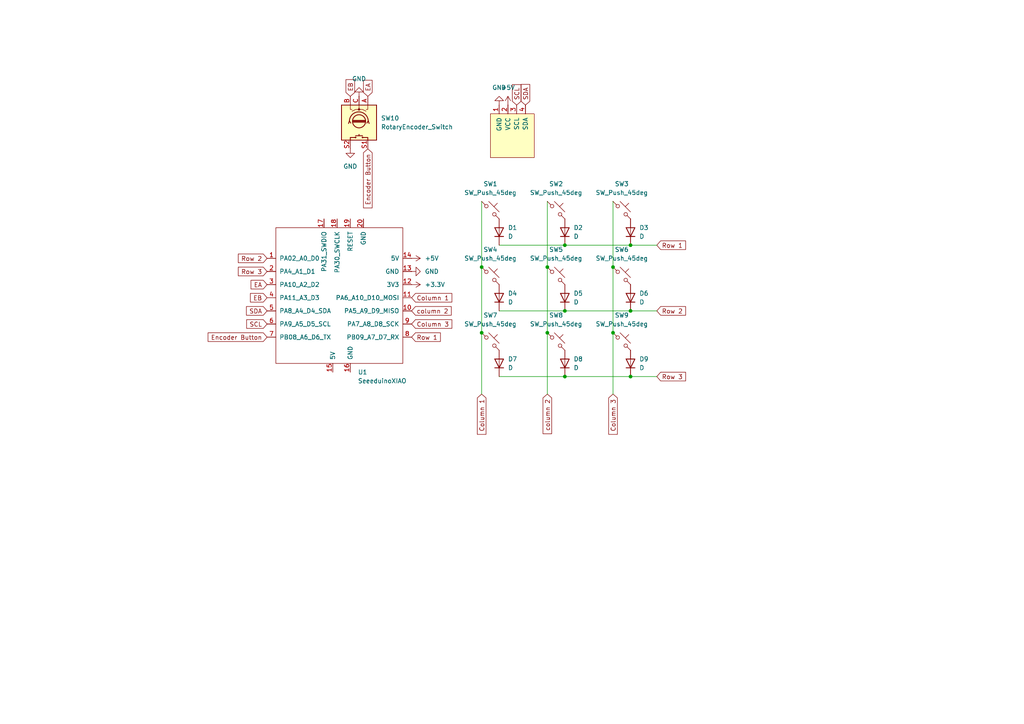
<source format=kicad_sch>
(kicad_sch
	(version 20231120)
	(generator "eeschema")
	(generator_version "8.0")
	(uuid "ec4ce721-2380-4ab4-b4d9-d72530f94342")
	(paper "A4")
	(lib_symbols
		(symbol "Device:D"
			(pin_numbers hide)
			(pin_names
				(offset 1.016) hide)
			(exclude_from_sim no)
			(in_bom yes)
			(on_board yes)
			(property "Reference" "D"
				(at 0 2.54 0)
				(effects
					(font
						(size 1.27 1.27)
					)
				)
			)
			(property "Value" "D"
				(at 0 -2.54 0)
				(effects
					(font
						(size 1.27 1.27)
					)
				)
			)
			(property "Footprint" ""
				(at 0 0 0)
				(effects
					(font
						(size 1.27 1.27)
					)
					(hide yes)
				)
			)
			(property "Datasheet" "~"
				(at 0 0 0)
				(effects
					(font
						(size 1.27 1.27)
					)
					(hide yes)
				)
			)
			(property "Description" "Diode"
				(at 0 0 0)
				(effects
					(font
						(size 1.27 1.27)
					)
					(hide yes)
				)
			)
			(property "Sim.Device" "D"
				(at 0 0 0)
				(effects
					(font
						(size 1.27 1.27)
					)
					(hide yes)
				)
			)
			(property "Sim.Pins" "1=K 2=A"
				(at 0 0 0)
				(effects
					(font
						(size 1.27 1.27)
					)
					(hide yes)
				)
			)
			(property "ki_keywords" "diode"
				(at 0 0 0)
				(effects
					(font
						(size 1.27 1.27)
					)
					(hide yes)
				)
			)
			(property "ki_fp_filters" "TO-???* *_Diode_* *SingleDiode* D_*"
				(at 0 0 0)
				(effects
					(font
						(size 1.27 1.27)
					)
					(hide yes)
				)
			)
			(symbol "D_0_1"
				(polyline
					(pts
						(xy -1.27 1.27) (xy -1.27 -1.27)
					)
					(stroke
						(width 0.254)
						(type default)
					)
					(fill
						(type none)
					)
				)
				(polyline
					(pts
						(xy 1.27 0) (xy -1.27 0)
					)
					(stroke
						(width 0)
						(type default)
					)
					(fill
						(type none)
					)
				)
				(polyline
					(pts
						(xy 1.27 1.27) (xy 1.27 -1.27) (xy -1.27 0) (xy 1.27 1.27)
					)
					(stroke
						(width 0.254)
						(type default)
					)
					(fill
						(type none)
					)
				)
			)
			(symbol "D_1_1"
				(pin passive line
					(at -3.81 0 0)
					(length 2.54)
					(name "K"
						(effects
							(font
								(size 1.27 1.27)
							)
						)
					)
					(number "1"
						(effects
							(font
								(size 1.27 1.27)
							)
						)
					)
				)
				(pin passive line
					(at 3.81 0 180)
					(length 2.54)
					(name "A"
						(effects
							(font
								(size 1.27 1.27)
							)
						)
					)
					(number "2"
						(effects
							(font
								(size 1.27 1.27)
							)
						)
					)
				)
			)
		)
		(symbol "Device:RotaryEncoder_Switch"
			(pin_names
				(offset 0.254) hide)
			(exclude_from_sim no)
			(in_bom yes)
			(on_board yes)
			(property "Reference" "SW"
				(at 0 6.604 0)
				(effects
					(font
						(size 1.27 1.27)
					)
				)
			)
			(property "Value" "RotaryEncoder_Switch"
				(at 0 -6.604 0)
				(effects
					(font
						(size 1.27 1.27)
					)
				)
			)
			(property "Footprint" ""
				(at -3.81 4.064 0)
				(effects
					(font
						(size 1.27 1.27)
					)
					(hide yes)
				)
			)
			(property "Datasheet" "~"
				(at 0 6.604 0)
				(effects
					(font
						(size 1.27 1.27)
					)
					(hide yes)
				)
			)
			(property "Description" "Rotary encoder, dual channel, incremental quadrate outputs, with switch"
				(at 0 0 0)
				(effects
					(font
						(size 1.27 1.27)
					)
					(hide yes)
				)
			)
			(property "ki_keywords" "rotary switch encoder switch push button"
				(at 0 0 0)
				(effects
					(font
						(size 1.27 1.27)
					)
					(hide yes)
				)
			)
			(property "ki_fp_filters" "RotaryEncoder*Switch*"
				(at 0 0 0)
				(effects
					(font
						(size 1.27 1.27)
					)
					(hide yes)
				)
			)
			(symbol "RotaryEncoder_Switch_0_1"
				(rectangle
					(start -5.08 5.08)
					(end 5.08 -5.08)
					(stroke
						(width 0.254)
						(type default)
					)
					(fill
						(type background)
					)
				)
				(circle
					(center -3.81 0)
					(radius 0.254)
					(stroke
						(width 0)
						(type default)
					)
					(fill
						(type outline)
					)
				)
				(circle
					(center -0.381 0)
					(radius 1.905)
					(stroke
						(width 0.254)
						(type default)
					)
					(fill
						(type none)
					)
				)
				(arc
					(start -0.381 2.667)
					(mid -3.0988 -0.0635)
					(end -0.381 -2.794)
					(stroke
						(width 0.254)
						(type default)
					)
					(fill
						(type none)
					)
				)
				(polyline
					(pts
						(xy -0.635 -1.778) (xy -0.635 1.778)
					)
					(stroke
						(width 0.254)
						(type default)
					)
					(fill
						(type none)
					)
				)
				(polyline
					(pts
						(xy -0.381 -1.778) (xy -0.381 1.778)
					)
					(stroke
						(width 0.254)
						(type default)
					)
					(fill
						(type none)
					)
				)
				(polyline
					(pts
						(xy -0.127 1.778) (xy -0.127 -1.778)
					)
					(stroke
						(width 0.254)
						(type default)
					)
					(fill
						(type none)
					)
				)
				(polyline
					(pts
						(xy 3.81 0) (xy 3.429 0)
					)
					(stroke
						(width 0.254)
						(type default)
					)
					(fill
						(type none)
					)
				)
				(polyline
					(pts
						(xy 3.81 1.016) (xy 3.81 -1.016)
					)
					(stroke
						(width 0.254)
						(type default)
					)
					(fill
						(type none)
					)
				)
				(polyline
					(pts
						(xy -5.08 -2.54) (xy -3.81 -2.54) (xy -3.81 -2.032)
					)
					(stroke
						(width 0)
						(type default)
					)
					(fill
						(type none)
					)
				)
				(polyline
					(pts
						(xy -5.08 2.54) (xy -3.81 2.54) (xy -3.81 2.032)
					)
					(stroke
						(width 0)
						(type default)
					)
					(fill
						(type none)
					)
				)
				(polyline
					(pts
						(xy 0.254 -3.048) (xy -0.508 -2.794) (xy 0.127 -2.413)
					)
					(stroke
						(width 0.254)
						(type default)
					)
					(fill
						(type none)
					)
				)
				(polyline
					(pts
						(xy 0.254 2.921) (xy -0.508 2.667) (xy 0.127 2.286)
					)
					(stroke
						(width 0.254)
						(type default)
					)
					(fill
						(type none)
					)
				)
				(polyline
					(pts
						(xy 5.08 -2.54) (xy 4.318 -2.54) (xy 4.318 -1.016)
					)
					(stroke
						(width 0.254)
						(type default)
					)
					(fill
						(type none)
					)
				)
				(polyline
					(pts
						(xy 5.08 2.54) (xy 4.318 2.54) (xy 4.318 1.016)
					)
					(stroke
						(width 0.254)
						(type default)
					)
					(fill
						(type none)
					)
				)
				(polyline
					(pts
						(xy -5.08 0) (xy -3.81 0) (xy -3.81 -1.016) (xy -3.302 -2.032)
					)
					(stroke
						(width 0)
						(type default)
					)
					(fill
						(type none)
					)
				)
				(polyline
					(pts
						(xy -4.318 0) (xy -3.81 0) (xy -3.81 1.016) (xy -3.302 2.032)
					)
					(stroke
						(width 0)
						(type default)
					)
					(fill
						(type none)
					)
				)
				(circle
					(center 4.318 -1.016)
					(radius 0.127)
					(stroke
						(width 0.254)
						(type default)
					)
					(fill
						(type none)
					)
				)
				(circle
					(center 4.318 1.016)
					(radius 0.127)
					(stroke
						(width 0.254)
						(type default)
					)
					(fill
						(type none)
					)
				)
			)
			(symbol "RotaryEncoder_Switch_1_1"
				(pin passive line
					(at -7.62 2.54 0)
					(length 2.54)
					(name "A"
						(effects
							(font
								(size 1.27 1.27)
							)
						)
					)
					(number "A"
						(effects
							(font
								(size 1.27 1.27)
							)
						)
					)
				)
				(pin passive line
					(at -7.62 -2.54 0)
					(length 2.54)
					(name "B"
						(effects
							(font
								(size 1.27 1.27)
							)
						)
					)
					(number "B"
						(effects
							(font
								(size 1.27 1.27)
							)
						)
					)
				)
				(pin passive line
					(at -7.62 0 0)
					(length 2.54)
					(name "C"
						(effects
							(font
								(size 1.27 1.27)
							)
						)
					)
					(number "C"
						(effects
							(font
								(size 1.27 1.27)
							)
						)
					)
				)
				(pin passive line
					(at 7.62 2.54 180)
					(length 2.54)
					(name "S1"
						(effects
							(font
								(size 1.27 1.27)
							)
						)
					)
					(number "S1"
						(effects
							(font
								(size 1.27 1.27)
							)
						)
					)
				)
				(pin passive line
					(at 7.62 -2.54 180)
					(length 2.54)
					(name "S2"
						(effects
							(font
								(size 1.27 1.27)
							)
						)
					)
					(number "S2"
						(effects
							(font
								(size 1.27 1.27)
							)
						)
					)
				)
			)
		)
		(symbol "New_Library:SSD1306"
			(pin_names
				(offset 1.016)
			)
			(exclude_from_sim no)
			(in_bom yes)
			(on_board yes)
			(property "Reference" "Brd"
				(at 0 -3.81 0)
				(effects
					(font
						(size 1.27 1.27)
					)
				)
			)
			(property "Value" "SSD1306"
				(at 0 -1.27 0)
				(effects
					(font
						(size 1.27 1.27)
					)
				)
			)
			(property "Footprint" ""
				(at 0 6.35 0)
				(effects
					(font
						(size 1.27 1.27)
					)
					(hide yes)
				)
			)
			(property "Datasheet" ""
				(at 0 6.35 0)
				(effects
					(font
						(size 1.27 1.27)
					)
					(hide yes)
				)
			)
			(property "Description" ""
				(at 0 0 0)
				(effects
					(font
						(size 1.27 1.27)
					)
					(hide yes)
				)
			)
			(property "ki_fp_filters" "SSD1306-128x64_OLED:SSD1306"
				(at 0 0 0)
				(effects
					(font
						(size 1.27 1.27)
					)
					(hide yes)
				)
			)
			(symbol "SSD1306_0_1"
				(rectangle
					(start -6.35 6.35)
					(end 6.35 -6.35)
					(stroke
						(width 0)
						(type solid)
					)
					(fill
						(type background)
					)
				)
			)
			(symbol "SSD1306_1_1"
				(pin input line
					(at -3.81 8.89 270)
					(length 2.54)
					(name "GND"
						(effects
							(font
								(size 1.27 1.27)
							)
						)
					)
					(number "1"
						(effects
							(font
								(size 1.27 1.27)
							)
						)
					)
				)
				(pin input line
					(at -1.27 8.89 270)
					(length 2.54)
					(name "VCC"
						(effects
							(font
								(size 1.27 1.27)
							)
						)
					)
					(number "2"
						(effects
							(font
								(size 1.27 1.27)
							)
						)
					)
				)
				(pin input line
					(at 1.27 8.89 270)
					(length 2.54)
					(name "SCL"
						(effects
							(font
								(size 1.27 1.27)
							)
						)
					)
					(number "3"
						(effects
							(font
								(size 1.27 1.27)
							)
						)
					)
				)
				(pin input line
					(at 3.81 8.89 270)
					(length 2.54)
					(name "SDA"
						(effects
							(font
								(size 1.27 1.27)
							)
						)
					)
					(number "4"
						(effects
							(font
								(size 1.27 1.27)
							)
						)
					)
				)
			)
		)
		(symbol "Seeeduino XIAO:SeeeduinoXIAO"
			(pin_names
				(offset 1.016)
			)
			(exclude_from_sim no)
			(in_bom yes)
			(on_board yes)
			(property "Reference" "U"
				(at -19.05 22.86 0)
				(effects
					(font
						(size 1.27 1.27)
					)
				)
			)
			(property "Value" "SeeeduinoXIAO"
				(at -12.7 21.59 0)
				(effects
					(font
						(size 1.27 1.27)
					)
				)
			)
			(property "Footprint" ""
				(at -8.89 5.08 0)
				(effects
					(font
						(size 1.27 1.27)
					)
					(hide yes)
				)
			)
			(property "Datasheet" ""
				(at -8.89 5.08 0)
				(effects
					(font
						(size 1.27 1.27)
					)
					(hide yes)
				)
			)
			(property "Description" ""
				(at 0 0 0)
				(effects
					(font
						(size 1.27 1.27)
					)
					(hide yes)
				)
			)
			(symbol "SeeeduinoXIAO_0_1"
				(rectangle
					(start -19.05 20.32)
					(end 17.78 -19.05)
					(stroke
						(width 0)
						(type solid)
					)
					(fill
						(type none)
					)
				)
			)
			(symbol "SeeeduinoXIAO_1_1"
				(pin unspecified line
					(at -21.59 11.43 0)
					(length 2.54)
					(name "PA02_A0_D0"
						(effects
							(font
								(size 1.27 1.27)
							)
						)
					)
					(number "1"
						(effects
							(font
								(size 1.27 1.27)
							)
						)
					)
				)
				(pin unspecified line
					(at 20.32 -3.81 180)
					(length 2.54)
					(name "PA5_A9_D9_MISO"
						(effects
							(font
								(size 1.27 1.27)
							)
						)
					)
					(number "10"
						(effects
							(font
								(size 1.27 1.27)
							)
						)
					)
				)
				(pin unspecified line
					(at 20.32 0 180)
					(length 2.54)
					(name "PA6_A10_D10_MOSI"
						(effects
							(font
								(size 1.27 1.27)
							)
						)
					)
					(number "11"
						(effects
							(font
								(size 1.27 1.27)
							)
						)
					)
				)
				(pin unspecified line
					(at 20.32 3.81 180)
					(length 2.54)
					(name "3V3"
						(effects
							(font
								(size 1.27 1.27)
							)
						)
					)
					(number "12"
						(effects
							(font
								(size 1.27 1.27)
							)
						)
					)
				)
				(pin unspecified line
					(at 20.32 7.62 180)
					(length 2.54)
					(name "GND"
						(effects
							(font
								(size 1.27 1.27)
							)
						)
					)
					(number "13"
						(effects
							(font
								(size 1.27 1.27)
							)
						)
					)
				)
				(pin unspecified line
					(at 20.32 11.43 180)
					(length 2.54)
					(name "5V"
						(effects
							(font
								(size 1.27 1.27)
							)
						)
					)
					(number "14"
						(effects
							(font
								(size 1.27 1.27)
							)
						)
					)
				)
				(pin input line
					(at -2.54 -21.59 90)
					(length 2.54)
					(name "5V"
						(effects
							(font
								(size 1.27 1.27)
							)
						)
					)
					(number "15"
						(effects
							(font
								(size 1.27 1.27)
							)
						)
					)
				)
				(pin input line
					(at 2.54 -21.59 90)
					(length 2.54)
					(name "GND"
						(effects
							(font
								(size 1.27 1.27)
							)
						)
					)
					(number "16"
						(effects
							(font
								(size 1.27 1.27)
							)
						)
					)
				)
				(pin input line
					(at -5.08 22.86 270)
					(length 2.54)
					(name "PA31_SWDIO"
						(effects
							(font
								(size 1.27 1.27)
							)
						)
					)
					(number "17"
						(effects
							(font
								(size 1.27 1.27)
							)
						)
					)
				)
				(pin input line
					(at -1.27 22.86 270)
					(length 2.54)
					(name "PA30_SWCLK"
						(effects
							(font
								(size 1.27 1.27)
							)
						)
					)
					(number "18"
						(effects
							(font
								(size 1.27 1.27)
							)
						)
					)
				)
				(pin input line
					(at 2.54 22.86 270)
					(length 2.54)
					(name "RESET"
						(effects
							(font
								(size 1.27 1.27)
							)
						)
					)
					(number "19"
						(effects
							(font
								(size 1.27 1.27)
							)
						)
					)
				)
				(pin unspecified line
					(at -21.59 7.62 0)
					(length 2.54)
					(name "PA4_A1_D1"
						(effects
							(font
								(size 1.27 1.27)
							)
						)
					)
					(number "2"
						(effects
							(font
								(size 1.27 1.27)
							)
						)
					)
				)
				(pin input line
					(at 6.35 22.86 270)
					(length 2.54)
					(name "GND"
						(effects
							(font
								(size 1.27 1.27)
							)
						)
					)
					(number "20"
						(effects
							(font
								(size 1.27 1.27)
							)
						)
					)
				)
				(pin unspecified line
					(at -21.59 3.81 0)
					(length 2.54)
					(name "PA10_A2_D2"
						(effects
							(font
								(size 1.27 1.27)
							)
						)
					)
					(number "3"
						(effects
							(font
								(size 1.27 1.27)
							)
						)
					)
				)
				(pin unspecified line
					(at -21.59 0 0)
					(length 2.54)
					(name "PA11_A3_D3"
						(effects
							(font
								(size 1.27 1.27)
							)
						)
					)
					(number "4"
						(effects
							(font
								(size 1.27 1.27)
							)
						)
					)
				)
				(pin unspecified line
					(at -21.59 -3.81 0)
					(length 2.54)
					(name "PA8_A4_D4_SDA"
						(effects
							(font
								(size 1.27 1.27)
							)
						)
					)
					(number "5"
						(effects
							(font
								(size 1.27 1.27)
							)
						)
					)
				)
				(pin unspecified line
					(at -21.59 -7.62 0)
					(length 2.54)
					(name "PA9_A5_D5_SCL"
						(effects
							(font
								(size 1.27 1.27)
							)
						)
					)
					(number "6"
						(effects
							(font
								(size 1.27 1.27)
							)
						)
					)
				)
				(pin unspecified line
					(at -21.59 -11.43 0)
					(length 2.54)
					(name "PB08_A6_D6_TX"
						(effects
							(font
								(size 1.27 1.27)
							)
						)
					)
					(number "7"
						(effects
							(font
								(size 1.27 1.27)
							)
						)
					)
				)
				(pin unspecified line
					(at 20.32 -11.43 180)
					(length 2.54)
					(name "PB09_A7_D7_RX"
						(effects
							(font
								(size 1.27 1.27)
							)
						)
					)
					(number "8"
						(effects
							(font
								(size 1.27 1.27)
							)
						)
					)
				)
				(pin unspecified line
					(at 20.32 -7.62 180)
					(length 2.54)
					(name "PA7_A8_D8_SCK"
						(effects
							(font
								(size 1.27 1.27)
							)
						)
					)
					(number "9"
						(effects
							(font
								(size 1.27 1.27)
							)
						)
					)
				)
			)
		)
		(symbol "Switch:SW_Push_45deg"
			(pin_numbers hide)
			(pin_names
				(offset 1.016) hide)
			(exclude_from_sim no)
			(in_bom yes)
			(on_board yes)
			(property "Reference" "SW"
				(at 3.048 1.016 0)
				(effects
					(font
						(size 1.27 1.27)
					)
					(justify left)
				)
			)
			(property "Value" "SW_Push_45deg"
				(at 0 -3.81 0)
				(effects
					(font
						(size 1.27 1.27)
					)
				)
			)
			(property "Footprint" ""
				(at 0 0 0)
				(effects
					(font
						(size 1.27 1.27)
					)
					(hide yes)
				)
			)
			(property "Datasheet" "~"
				(at 0 0 0)
				(effects
					(font
						(size 1.27 1.27)
					)
					(hide yes)
				)
			)
			(property "Description" "Push button switch, normally open, two pins, 45° tilted"
				(at 0 0 0)
				(effects
					(font
						(size 1.27 1.27)
					)
					(hide yes)
				)
			)
			(property "ki_keywords" "switch normally-open pushbutton push-button"
				(at 0 0 0)
				(effects
					(font
						(size 1.27 1.27)
					)
					(hide yes)
				)
			)
			(symbol "SW_Push_45deg_0_1"
				(circle
					(center -1.1684 1.1684)
					(radius 0.508)
					(stroke
						(width 0)
						(type default)
					)
					(fill
						(type none)
					)
				)
				(polyline
					(pts
						(xy -0.508 2.54) (xy 2.54 -0.508)
					)
					(stroke
						(width 0)
						(type default)
					)
					(fill
						(type none)
					)
				)
				(polyline
					(pts
						(xy 1.016 1.016) (xy 2.032 2.032)
					)
					(stroke
						(width 0)
						(type default)
					)
					(fill
						(type none)
					)
				)
				(polyline
					(pts
						(xy -2.54 2.54) (xy -1.524 1.524) (xy -1.524 1.524)
					)
					(stroke
						(width 0)
						(type default)
					)
					(fill
						(type none)
					)
				)
				(polyline
					(pts
						(xy 1.524 -1.524) (xy 2.54 -2.54) (xy 2.54 -2.54) (xy 2.54 -2.54)
					)
					(stroke
						(width 0)
						(type default)
					)
					(fill
						(type none)
					)
				)
				(circle
					(center 1.143 -1.1938)
					(radius 0.508)
					(stroke
						(width 0)
						(type default)
					)
					(fill
						(type none)
					)
				)
				(pin passive line
					(at -2.54 2.54 0)
					(length 0)
					(name "1"
						(effects
							(font
								(size 1.27 1.27)
							)
						)
					)
					(number "1"
						(effects
							(font
								(size 1.27 1.27)
							)
						)
					)
				)
				(pin passive line
					(at 2.54 -2.54 180)
					(length 0)
					(name "2"
						(effects
							(font
								(size 1.27 1.27)
							)
						)
					)
					(number "2"
						(effects
							(font
								(size 1.27 1.27)
							)
						)
					)
				)
			)
		)
		(symbol "power:+3.3V"
			(power)
			(pin_numbers hide)
			(pin_names
				(offset 0) hide)
			(exclude_from_sim no)
			(in_bom yes)
			(on_board yes)
			(property "Reference" "#PWR"
				(at 0 -3.81 0)
				(effects
					(font
						(size 1.27 1.27)
					)
					(hide yes)
				)
			)
			(property "Value" "+3.3V"
				(at 0 3.556 0)
				(effects
					(font
						(size 1.27 1.27)
					)
				)
			)
			(property "Footprint" ""
				(at 0 0 0)
				(effects
					(font
						(size 1.27 1.27)
					)
					(hide yes)
				)
			)
			(property "Datasheet" ""
				(at 0 0 0)
				(effects
					(font
						(size 1.27 1.27)
					)
					(hide yes)
				)
			)
			(property "Description" "Power symbol creates a global label with name \"+3.3V\""
				(at 0 0 0)
				(effects
					(font
						(size 1.27 1.27)
					)
					(hide yes)
				)
			)
			(property "ki_keywords" "global power"
				(at 0 0 0)
				(effects
					(font
						(size 1.27 1.27)
					)
					(hide yes)
				)
			)
			(symbol "+3.3V_0_1"
				(polyline
					(pts
						(xy -0.762 1.27) (xy 0 2.54)
					)
					(stroke
						(width 0)
						(type default)
					)
					(fill
						(type none)
					)
				)
				(polyline
					(pts
						(xy 0 0) (xy 0 2.54)
					)
					(stroke
						(width 0)
						(type default)
					)
					(fill
						(type none)
					)
				)
				(polyline
					(pts
						(xy 0 2.54) (xy 0.762 1.27)
					)
					(stroke
						(width 0)
						(type default)
					)
					(fill
						(type none)
					)
				)
			)
			(symbol "+3.3V_1_1"
				(pin power_in line
					(at 0 0 90)
					(length 0)
					(name "~"
						(effects
							(font
								(size 1.27 1.27)
							)
						)
					)
					(number "1"
						(effects
							(font
								(size 1.27 1.27)
							)
						)
					)
				)
			)
		)
		(symbol "power:+5V"
			(power)
			(pin_numbers hide)
			(pin_names
				(offset 0) hide)
			(exclude_from_sim no)
			(in_bom yes)
			(on_board yes)
			(property "Reference" "#PWR"
				(at 0 -3.81 0)
				(effects
					(font
						(size 1.27 1.27)
					)
					(hide yes)
				)
			)
			(property "Value" "+5V"
				(at 0 3.556 0)
				(effects
					(font
						(size 1.27 1.27)
					)
				)
			)
			(property "Footprint" ""
				(at 0 0 0)
				(effects
					(font
						(size 1.27 1.27)
					)
					(hide yes)
				)
			)
			(property "Datasheet" ""
				(at 0 0 0)
				(effects
					(font
						(size 1.27 1.27)
					)
					(hide yes)
				)
			)
			(property "Description" "Power symbol creates a global label with name \"+5V\""
				(at 0 0 0)
				(effects
					(font
						(size 1.27 1.27)
					)
					(hide yes)
				)
			)
			(property "ki_keywords" "global power"
				(at 0 0 0)
				(effects
					(font
						(size 1.27 1.27)
					)
					(hide yes)
				)
			)
			(symbol "+5V_0_1"
				(polyline
					(pts
						(xy -0.762 1.27) (xy 0 2.54)
					)
					(stroke
						(width 0)
						(type default)
					)
					(fill
						(type none)
					)
				)
				(polyline
					(pts
						(xy 0 0) (xy 0 2.54)
					)
					(stroke
						(width 0)
						(type default)
					)
					(fill
						(type none)
					)
				)
				(polyline
					(pts
						(xy 0 2.54) (xy 0.762 1.27)
					)
					(stroke
						(width 0)
						(type default)
					)
					(fill
						(type none)
					)
				)
			)
			(symbol "+5V_1_1"
				(pin power_in line
					(at 0 0 90)
					(length 0)
					(name "~"
						(effects
							(font
								(size 1.27 1.27)
							)
						)
					)
					(number "1"
						(effects
							(font
								(size 1.27 1.27)
							)
						)
					)
				)
			)
		)
		(symbol "power:GND"
			(power)
			(pin_numbers hide)
			(pin_names
				(offset 0) hide)
			(exclude_from_sim no)
			(in_bom yes)
			(on_board yes)
			(property "Reference" "#PWR"
				(at 0 -6.35 0)
				(effects
					(font
						(size 1.27 1.27)
					)
					(hide yes)
				)
			)
			(property "Value" "GND"
				(at 0 -3.81 0)
				(effects
					(font
						(size 1.27 1.27)
					)
				)
			)
			(property "Footprint" ""
				(at 0 0 0)
				(effects
					(font
						(size 1.27 1.27)
					)
					(hide yes)
				)
			)
			(property "Datasheet" ""
				(at 0 0 0)
				(effects
					(font
						(size 1.27 1.27)
					)
					(hide yes)
				)
			)
			(property "Description" "Power symbol creates a global label with name \"GND\" , ground"
				(at 0 0 0)
				(effects
					(font
						(size 1.27 1.27)
					)
					(hide yes)
				)
			)
			(property "ki_keywords" "global power"
				(at 0 0 0)
				(effects
					(font
						(size 1.27 1.27)
					)
					(hide yes)
				)
			)
			(symbol "GND_0_1"
				(polyline
					(pts
						(xy 0 0) (xy 0 -1.27) (xy 1.27 -1.27) (xy 0 -2.54) (xy -1.27 -1.27) (xy 0 -1.27)
					)
					(stroke
						(width 0)
						(type default)
					)
					(fill
						(type none)
					)
				)
			)
			(symbol "GND_1_1"
				(pin power_in line
					(at 0 0 270)
					(length 0)
					(name "~"
						(effects
							(font
								(size 1.27 1.27)
							)
						)
					)
					(number "1"
						(effects
							(font
								(size 1.27 1.27)
							)
						)
					)
				)
			)
		)
	)
	(junction
		(at 177.8 96.52)
		(diameter 0)
		(color 0 0 0 0)
		(uuid "03661355-a617-4e72-b122-708d01d467cb")
	)
	(junction
		(at 163.83 71.12)
		(diameter 0)
		(color 0 0 0 0)
		(uuid "0c6d486c-22a0-41c6-ab49-a617aada1b31")
	)
	(junction
		(at 182.88 109.22)
		(diameter 0)
		(color 0 0 0 0)
		(uuid "1cbed885-c4f1-4dfc-bd54-a412266ac0e1")
	)
	(junction
		(at 182.88 90.17)
		(diameter 0)
		(color 0 0 0 0)
		(uuid "28a76922-cf2d-4245-b0f9-6f60f5fb0455")
	)
	(junction
		(at 163.83 90.17)
		(diameter 0)
		(color 0 0 0 0)
		(uuid "34015911-328b-4838-83be-d1c844ef5ff0")
	)
	(junction
		(at 158.75 96.52)
		(diameter 0)
		(color 0 0 0 0)
		(uuid "4d5823a2-cdda-405e-b287-57d49b31ddde")
	)
	(junction
		(at 139.7 96.52)
		(diameter 0)
		(color 0 0 0 0)
		(uuid "678a150d-6542-42bb-8c35-0d0f37edeade")
	)
	(junction
		(at 182.88 71.12)
		(diameter 0)
		(color 0 0 0 0)
		(uuid "72dede73-c62c-4af6-9a90-e5ed0481b030")
	)
	(junction
		(at 139.7 77.47)
		(diameter 0)
		(color 0 0 0 0)
		(uuid "95c47a89-e1a1-40c6-bd73-8fe543f6201c")
	)
	(junction
		(at 158.75 77.47)
		(diameter 0)
		(color 0 0 0 0)
		(uuid "a7f687e9-0a8a-4db0-ab70-4037b15cd53d")
	)
	(junction
		(at 177.8 77.47)
		(diameter 0)
		(color 0 0 0 0)
		(uuid "d7e5f7ec-9011-4b7a-9dfa-6dfe7845d06c")
	)
	(junction
		(at 163.83 109.22)
		(diameter 0)
		(color 0 0 0 0)
		(uuid "f3aa69bf-a499-4a52-afb1-5aeb70b1067c")
	)
	(wire
		(pts
			(xy 163.83 90.17) (xy 182.88 90.17)
		)
		(stroke
			(width 0)
			(type default)
		)
		(uuid "16ad9a4e-e134-4795-8730-32239a1782a4")
	)
	(wire
		(pts
			(xy 144.78 90.17) (xy 163.83 90.17)
		)
		(stroke
			(width 0)
			(type default)
		)
		(uuid "214b6df4-28aa-4424-8ac2-bc06ce9f7484")
	)
	(wire
		(pts
			(xy 163.83 109.22) (xy 182.88 109.22)
		)
		(stroke
			(width 0)
			(type default)
		)
		(uuid "37209b87-20e4-4c08-b47c-b091f58f96ae")
	)
	(wire
		(pts
			(xy 182.88 90.17) (xy 190.5 90.17)
		)
		(stroke
			(width 0)
			(type default)
		)
		(uuid "39573861-d0c2-49a7-b665-b88853d292da")
	)
	(wire
		(pts
			(xy 158.75 96.52) (xy 158.75 114.3)
		)
		(stroke
			(width 0)
			(type default)
		)
		(uuid "508c5f0b-906c-4eb9-bc9e-f2d343fe545b")
	)
	(wire
		(pts
			(xy 177.8 58.42) (xy 177.8 77.47)
		)
		(stroke
			(width 0)
			(type default)
		)
		(uuid "598c893c-5166-4007-99e8-e70b15ceca69")
	)
	(wire
		(pts
			(xy 177.8 77.47) (xy 177.8 96.52)
		)
		(stroke
			(width 0)
			(type default)
		)
		(uuid "601a2a7e-f9b0-4670-9199-66986ccdd954")
	)
	(wire
		(pts
			(xy 182.88 71.12) (xy 190.5 71.12)
		)
		(stroke
			(width 0)
			(type default)
		)
		(uuid "6d22cc71-168f-4cd3-9f2a-8ab697e7d5d0")
	)
	(wire
		(pts
			(xy 139.7 77.47) (xy 139.7 96.52)
		)
		(stroke
			(width 0)
			(type default)
		)
		(uuid "6f3adf6b-acc8-4a1b-bc33-17df748e9463")
	)
	(wire
		(pts
			(xy 177.8 96.52) (xy 177.8 114.3)
		)
		(stroke
			(width 0)
			(type default)
		)
		(uuid "76d5606e-7686-4524-8ae9-b9621ead335d")
	)
	(wire
		(pts
			(xy 182.88 109.22) (xy 190.5 109.22)
		)
		(stroke
			(width 0)
			(type default)
		)
		(uuid "783ada07-7420-488d-8681-b1a5fb2321f4")
	)
	(wire
		(pts
			(xy 144.78 109.22) (xy 163.83 109.22)
		)
		(stroke
			(width 0)
			(type default)
		)
		(uuid "7a7cbe38-81b4-429f-ad60-ba45204be8c2")
	)
	(wire
		(pts
			(xy 139.7 58.42) (xy 139.7 77.47)
		)
		(stroke
			(width 0)
			(type default)
		)
		(uuid "8bc12def-b7a6-47f6-8b1c-e6924e5b9b9f")
	)
	(wire
		(pts
			(xy 158.75 77.47) (xy 158.75 96.52)
		)
		(stroke
			(width 0)
			(type default)
		)
		(uuid "8d5dea45-a3e8-4b62-837e-8649a8e86507")
	)
	(wire
		(pts
			(xy 158.75 58.42) (xy 158.75 77.47)
		)
		(stroke
			(width 0)
			(type default)
		)
		(uuid "bc50376e-e580-4295-8d51-1a8c706d75c0")
	)
	(wire
		(pts
			(xy 144.78 71.12) (xy 163.83 71.12)
		)
		(stroke
			(width 0)
			(type default)
		)
		(uuid "cfee4c94-f281-4c66-8ed4-cac18ddc0939")
	)
	(wire
		(pts
			(xy 139.7 96.52) (xy 139.7 114.3)
		)
		(stroke
			(width 0)
			(type default)
		)
		(uuid "e129867a-7066-4b89-8650-0c4b32454a4a")
	)
	(wire
		(pts
			(xy 163.83 71.12) (xy 182.88 71.12)
		)
		(stroke
			(width 0)
			(type default)
		)
		(uuid "e9720784-a0cf-498d-a6a5-a08a8db353de")
	)
	(global_label "Row 1"
		(shape input)
		(at 190.5 71.12 0)
		(fields_autoplaced yes)
		(effects
			(font
				(size 1.27 1.27)
			)
			(justify left)
		)
		(uuid "047f0874-8841-4570-8386-ea9e9ee01bd4")
		(property "Intersheetrefs" "${INTERSHEET_REFS}"
			(at 199.4118 71.12 0)
			(effects
				(font
					(size 1.27 1.27)
				)
				(justify left)
				(hide yes)
			)
		)
	)
	(global_label "EB"
		(shape input)
		(at 101.6 27.94 90)
		(fields_autoplaced yes)
		(effects
			(font
				(size 1.27 1.27)
			)
			(justify left)
		)
		(uuid "058c5df8-3c66-48d3-9ee7-f1c2ee571663")
		(property "Intersheetrefs" "${INTERSHEET_REFS}"
			(at 101.6 22.5358 90)
			(effects
				(font
					(size 1.27 1.27)
				)
				(justify left)
				(hide yes)
			)
		)
	)
	(global_label "SCL"
		(shape input)
		(at 149.86 30.48 90)
		(fields_autoplaced yes)
		(effects
			(font
				(size 1.27 1.27)
			)
			(justify left)
		)
		(uuid "17700540-544d-4861-8a47-a6bfbeea2afc")
		(property "Intersheetrefs" "${INTERSHEET_REFS}"
			(at 149.86 23.9872 90)
			(effects
				(font
					(size 1.27 1.27)
				)
				(justify left)
				(hide yes)
			)
		)
	)
	(global_label "EA"
		(shape input)
		(at 77.47 82.55 180)
		(fields_autoplaced yes)
		(effects
			(font
				(size 1.27 1.27)
			)
			(justify right)
		)
		(uuid "18ad6cc1-dba7-40cc-a083-459632eeb8ab")
		(property "Intersheetrefs" "${INTERSHEET_REFS}"
			(at 72.2472 82.55 0)
			(effects
				(font
					(size 1.27 1.27)
				)
				(justify right)
				(hide yes)
			)
		)
	)
	(global_label "SCL"
		(shape input)
		(at 77.47 93.98 180)
		(fields_autoplaced yes)
		(effects
			(font
				(size 1.27 1.27)
			)
			(justify right)
		)
		(uuid "26ac5200-6e36-4e97-a3d7-6a1dc830ec71")
		(property "Intersheetrefs" "${INTERSHEET_REFS}"
			(at 70.9772 93.98 0)
			(effects
				(font
					(size 1.27 1.27)
				)
				(justify right)
				(hide yes)
			)
		)
	)
	(global_label "Row 3"
		(shape input)
		(at 190.5 109.22 0)
		(fields_autoplaced yes)
		(effects
			(font
				(size 1.27 1.27)
			)
			(justify left)
		)
		(uuid "3fe0be81-d06e-4c9f-a566-1f3df05b85cd")
		(property "Intersheetrefs" "${INTERSHEET_REFS}"
			(at 199.4118 109.22 0)
			(effects
				(font
					(size 1.27 1.27)
				)
				(justify left)
				(hide yes)
			)
		)
	)
	(global_label "EA"
		(shape input)
		(at 106.68 27.94 90)
		(fields_autoplaced yes)
		(effects
			(font
				(size 1.27 1.27)
			)
			(justify left)
		)
		(uuid "42ae222b-6c23-4413-9b5d-78bd6509869e")
		(property "Intersheetrefs" "${INTERSHEET_REFS}"
			(at 106.68 22.7172 90)
			(effects
				(font
					(size 1.27 1.27)
				)
				(justify left)
				(hide yes)
			)
		)
	)
	(global_label "Column 3"
		(shape input)
		(at 177.8 114.3 270)
		(fields_autoplaced yes)
		(effects
			(font
				(size 1.27 1.27)
			)
			(justify right)
		)
		(uuid "5db96250-203f-419b-acd2-f0db5b0a3343")
		(property "Intersheetrefs" "${INTERSHEET_REFS}"
			(at 177.8 126.5378 90)
			(effects
				(font
					(size 1.27 1.27)
				)
				(justify right)
				(hide yes)
			)
		)
	)
	(global_label "Row 3"
		(shape input)
		(at 77.47 78.74 180)
		(fields_autoplaced yes)
		(effects
			(font
				(size 1.27 1.27)
			)
			(justify right)
		)
		(uuid "665caf4f-f839-4171-9711-02699fbf9e13")
		(property "Intersheetrefs" "${INTERSHEET_REFS}"
			(at 68.5582 78.74 0)
			(effects
				(font
					(size 1.27 1.27)
				)
				(justify right)
				(hide yes)
			)
		)
	)
	(global_label "SDA"
		(shape input)
		(at 77.47 90.17 180)
		(fields_autoplaced yes)
		(effects
			(font
				(size 1.27 1.27)
			)
			(justify right)
		)
		(uuid "6fdb9285-81e8-4529-9249-281549b0dd11")
		(property "Intersheetrefs" "${INTERSHEET_REFS}"
			(at 70.9167 90.17 0)
			(effects
				(font
					(size 1.27 1.27)
				)
				(justify right)
				(hide yes)
			)
		)
	)
	(global_label "column 2"
		(shape input)
		(at 119.38 90.17 0)
		(fields_autoplaced yes)
		(effects
			(font
				(size 1.27 1.27)
			)
			(justify left)
		)
		(uuid "746726f4-d565-4968-bc5e-d054478fd435")
		(property "Intersheetrefs" "${INTERSHEET_REFS}"
			(at 131.4364 90.17 0)
			(effects
				(font
					(size 1.27 1.27)
				)
				(justify left)
				(hide yes)
			)
		)
	)
	(global_label "Column 1"
		(shape input)
		(at 139.7 114.3 270)
		(fields_autoplaced yes)
		(effects
			(font
				(size 1.27 1.27)
			)
			(justify right)
		)
		(uuid "9767133d-8d8a-4b6e-8c7d-92b3d788b3c4")
		(property "Intersheetrefs" "${INTERSHEET_REFS}"
			(at 139.7 126.5378 90)
			(effects
				(font
					(size 1.27 1.27)
				)
				(justify right)
				(hide yes)
			)
		)
	)
	(global_label "column 2"
		(shape input)
		(at 158.75 114.3 270)
		(fields_autoplaced yes)
		(effects
			(font
				(size 1.27 1.27)
			)
			(justify right)
		)
		(uuid "9ffb7da9-5fa3-415d-b16a-b8d1a75c9eee")
		(property "Intersheetrefs" "${INTERSHEET_REFS}"
			(at 158.75 126.3564 90)
			(effects
				(font
					(size 1.27 1.27)
				)
				(justify right)
				(hide yes)
			)
		)
	)
	(global_label "EB"
		(shape input)
		(at 77.47 86.36 180)
		(fields_autoplaced yes)
		(effects
			(font
				(size 1.27 1.27)
			)
			(justify right)
		)
		(uuid "afad4e84-5009-4a24-99b5-65716e928395")
		(property "Intersheetrefs" "${INTERSHEET_REFS}"
			(at 72.0658 86.36 0)
			(effects
				(font
					(size 1.27 1.27)
				)
				(justify right)
				(hide yes)
			)
		)
	)
	(global_label "SDA"
		(shape input)
		(at 152.4 30.48 90)
		(fields_autoplaced yes)
		(effects
			(font
				(size 1.27 1.27)
			)
			(justify left)
		)
		(uuid "b49f8c28-0212-46ec-9355-5fabbf40c900")
		(property "Intersheetrefs" "${INTERSHEET_REFS}"
			(at 152.4 23.9267 90)
			(effects
				(font
					(size 1.27 1.27)
				)
				(justify left)
				(hide yes)
			)
		)
	)
	(global_label "Row 2"
		(shape input)
		(at 190.5 90.17 0)
		(fields_autoplaced yes)
		(effects
			(font
				(size 1.27 1.27)
			)
			(justify left)
		)
		(uuid "b74fcf48-ba38-44ce-8e7a-d56458d60cb5")
		(property "Intersheetrefs" "${INTERSHEET_REFS}"
			(at 199.4118 90.17 0)
			(effects
				(font
					(size 1.27 1.27)
				)
				(justify left)
				(hide yes)
			)
		)
	)
	(global_label "Row 2"
		(shape input)
		(at 77.47 74.93 180)
		(fields_autoplaced yes)
		(effects
			(font
				(size 1.27 1.27)
			)
			(justify right)
		)
		(uuid "bc39bfa6-346c-4085-8a1e-2dcb2ae034b5")
		(property "Intersheetrefs" "${INTERSHEET_REFS}"
			(at 68.5582 74.93 0)
			(effects
				(font
					(size 1.27 1.27)
				)
				(justify right)
				(hide yes)
			)
		)
	)
	(global_label "Encoder Button"
		(shape input)
		(at 106.68 43.18 270)
		(fields_autoplaced yes)
		(effects
			(font
				(size 1.27 1.27)
			)
			(justify right)
		)
		(uuid "bfb56189-984f-4d92-a780-4f8be2c2705b")
		(property "Intersheetrefs" "${INTERSHEET_REFS}"
			(at 106.68 60.8606 90)
			(effects
				(font
					(size 1.27 1.27)
				)
				(justify right)
				(hide yes)
			)
		)
	)
	(global_label "Column 1"
		(shape input)
		(at 119.38 86.36 0)
		(fields_autoplaced yes)
		(effects
			(font
				(size 1.27 1.27)
			)
			(justify left)
		)
		(uuid "c1468c19-97e7-4076-9e29-299156eaa309")
		(property "Intersheetrefs" "${INTERSHEET_REFS}"
			(at 131.6178 86.36 0)
			(effects
				(font
					(size 1.27 1.27)
				)
				(justify left)
				(hide yes)
			)
		)
	)
	(global_label "Column 3"
		(shape input)
		(at 119.38 93.98 0)
		(fields_autoplaced yes)
		(effects
			(font
				(size 1.27 1.27)
			)
			(justify left)
		)
		(uuid "d648605b-402e-47f0-ab9d-bbb0702d37fd")
		(property "Intersheetrefs" "${INTERSHEET_REFS}"
			(at 131.6178 93.98 0)
			(effects
				(font
					(size 1.27 1.27)
				)
				(justify left)
				(hide yes)
			)
		)
	)
	(global_label "Row 1"
		(shape input)
		(at 119.38 97.79 0)
		(fields_autoplaced yes)
		(effects
			(font
				(size 1.27 1.27)
			)
			(justify left)
		)
		(uuid "e94dfc65-8a29-437b-ad01-cfbc9368f6c5")
		(property "Intersheetrefs" "${INTERSHEET_REFS}"
			(at 128.2918 97.79 0)
			(effects
				(font
					(size 1.27 1.27)
				)
				(justify left)
				(hide yes)
			)
		)
	)
	(global_label "Encoder Button"
		(shape input)
		(at 77.47 97.79 180)
		(fields_autoplaced yes)
		(effects
			(font
				(size 1.27 1.27)
			)
			(justify right)
		)
		(uuid "efa5b768-0f13-49c8-ac41-960e3ca02198")
		(property "Intersheetrefs" "${INTERSHEET_REFS}"
			(at 59.7894 97.79 0)
			(effects
				(font
					(size 1.27 1.27)
				)
				(justify right)
				(hide yes)
			)
		)
	)
	(symbol
		(lib_id "power:GND")
		(at 101.6 43.18 0)
		(unit 1)
		(exclude_from_sim no)
		(in_bom yes)
		(on_board yes)
		(dnp no)
		(fields_autoplaced yes)
		(uuid "009a2b6d-409a-4173-b74f-c3600bc59212")
		(property "Reference" "#PWR02"
			(at 101.6 49.53 0)
			(effects
				(font
					(size 1.27 1.27)
				)
				(hide yes)
			)
		)
		(property "Value" "GND"
			(at 101.6 48.26 0)
			(effects
				(font
					(size 1.27 1.27)
				)
			)
		)
		(property "Footprint" ""
			(at 101.6 43.18 0)
			(effects
				(font
					(size 1.27 1.27)
				)
				(hide yes)
			)
		)
		(property "Datasheet" ""
			(at 101.6 43.18 0)
			(effects
				(font
					(size 1.27 1.27)
				)
				(hide yes)
			)
		)
		(property "Description" "Power symbol creates a global label with name \"GND\" , ground"
			(at 101.6 43.18 0)
			(effects
				(font
					(size 1.27 1.27)
				)
				(hide yes)
			)
		)
		(pin "1"
			(uuid "3a4d0a76-8a47-4b12-9307-ba6857c6ac31")
		)
		(instances
			(project ""
				(path "/ec4ce721-2380-4ab4-b4d9-d72530f94342"
					(reference "#PWR02")
					(unit 1)
				)
			)
		)
	)
	(symbol
		(lib_id "Switch:SW_Push_45deg")
		(at 161.29 99.06 0)
		(unit 1)
		(exclude_from_sim no)
		(in_bom yes)
		(on_board yes)
		(dnp no)
		(fields_autoplaced yes)
		(uuid "024b68a9-3e58-4191-9c46-5c6c85b88b99")
		(property "Reference" "SW8"
			(at 161.29 91.44 0)
			(effects
				(font
					(size 1.27 1.27)
				)
			)
		)
		(property "Value" "SW_Push_45deg"
			(at 161.29 93.98 0)
			(effects
				(font
					(size 1.27 1.27)
				)
			)
		)
		(property "Footprint" "XIAORP2040:SW_Cherry_MX_1.00u_PCB"
			(at 161.29 99.06 0)
			(effects
				(font
					(size 1.27 1.27)
				)
				(hide yes)
			)
		)
		(property "Datasheet" "~"
			(at 161.29 99.06 0)
			(effects
				(font
					(size 1.27 1.27)
				)
				(hide yes)
			)
		)
		(property "Description" "Push button switch, normally open, two pins, 45° tilted"
			(at 161.29 99.06 0)
			(effects
				(font
					(size 1.27 1.27)
				)
				(hide yes)
			)
		)
		(pin "1"
			(uuid "801155de-1fef-4ec9-bad1-2d6c49686d25")
		)
		(pin "2"
			(uuid "81c0b527-3f8e-45b3-b56a-05954e373079")
		)
		(instances
			(project ""
				(path "/ec4ce721-2380-4ab4-b4d9-d72530f94342"
					(reference "SW8")
					(unit 1)
				)
			)
		)
	)
	(symbol
		(lib_id "Switch:SW_Push_45deg")
		(at 161.29 80.01 0)
		(unit 1)
		(exclude_from_sim no)
		(in_bom yes)
		(on_board yes)
		(dnp no)
		(fields_autoplaced yes)
		(uuid "061bb6fc-9648-4292-93e2-9c4ececb5068")
		(property "Reference" "SW5"
			(at 161.29 72.39 0)
			(effects
				(font
					(size 1.27 1.27)
				)
			)
		)
		(property "Value" "SW_Push_45deg"
			(at 161.29 74.93 0)
			(effects
				(font
					(size 1.27 1.27)
				)
			)
		)
		(property "Footprint" "XIAORP2040:SW_Cherry_MX_1.00u_PCB"
			(at 161.29 80.01 0)
			(effects
				(font
					(size 1.27 1.27)
				)
				(hide yes)
			)
		)
		(property "Datasheet" "~"
			(at 161.29 80.01 0)
			(effects
				(font
					(size 1.27 1.27)
				)
				(hide yes)
			)
		)
		(property "Description" "Push button switch, normally open, two pins, 45° tilted"
			(at 161.29 80.01 0)
			(effects
				(font
					(size 1.27 1.27)
				)
				(hide yes)
			)
		)
		(pin "1"
			(uuid "801155de-1fef-4ec9-bad1-2d6c49686d25")
		)
		(pin "2"
			(uuid "81c0b527-3f8e-45b3-b56a-05954e373079")
		)
		(instances
			(project ""
				(path "/ec4ce721-2380-4ab4-b4d9-d72530f94342"
					(reference "SW5")
					(unit 1)
				)
			)
		)
	)
	(symbol
		(lib_id "Switch:SW_Push_45deg")
		(at 180.34 99.06 0)
		(unit 1)
		(exclude_from_sim no)
		(in_bom yes)
		(on_board yes)
		(dnp no)
		(fields_autoplaced yes)
		(uuid "0afbf651-f13f-468e-b3d1-4c84fc463091")
		(property "Reference" "SW9"
			(at 180.34 91.44 0)
			(effects
				(font
					(size 1.27 1.27)
				)
			)
		)
		(property "Value" "SW_Push_45deg"
			(at 180.34 93.98 0)
			(effects
				(font
					(size 1.27 1.27)
				)
			)
		)
		(property "Footprint" "XIAORP2040:SW_Cherry_MX_1.00u_PCB"
			(at 180.34 99.06 0)
			(effects
				(font
					(size 1.27 1.27)
				)
				(hide yes)
			)
		)
		(property "Datasheet" "~"
			(at 180.34 99.06 0)
			(effects
				(font
					(size 1.27 1.27)
				)
				(hide yes)
			)
		)
		(property "Description" "Push button switch, normally open, two pins, 45° tilted"
			(at 180.34 99.06 0)
			(effects
				(font
					(size 1.27 1.27)
				)
				(hide yes)
			)
		)
		(pin "1"
			(uuid "801155de-1fef-4ec9-bad1-2d6c49686d25")
		)
		(pin "2"
			(uuid "81c0b527-3f8e-45b3-b56a-05954e373079")
		)
		(instances
			(project ""
				(path "/ec4ce721-2380-4ab4-b4d9-d72530f94342"
					(reference "SW9")
					(unit 1)
				)
			)
		)
	)
	(symbol
		(lib_id "Device:D")
		(at 144.78 86.36 90)
		(unit 1)
		(exclude_from_sim no)
		(in_bom yes)
		(on_board yes)
		(dnp no)
		(fields_autoplaced yes)
		(uuid "0b5c3ee9-e46c-4008-8516-9d3e3e308bbc")
		(property "Reference" "D4"
			(at 147.32 85.0899 90)
			(effects
				(font
					(size 1.27 1.27)
				)
				(justify right)
			)
		)
		(property "Value" "D"
			(at 147.32 87.6299 90)
			(effects
				(font
					(size 1.27 1.27)
				)
				(justify right)
			)
		)
		(property "Footprint" "Diode_THT:D_DO-35_SOD27_P7.62mm_Horizontal"
			(at 144.78 86.36 0)
			(effects
				(font
					(size 1.27 1.27)
				)
				(hide yes)
			)
		)
		(property "Datasheet" "~"
			(at 144.78 86.36 0)
			(effects
				(font
					(size 1.27 1.27)
				)
				(hide yes)
			)
		)
		(property "Description" "Diode"
			(at 144.78 86.36 0)
			(effects
				(font
					(size 1.27 1.27)
				)
				(hide yes)
			)
		)
		(property "Sim.Device" "D"
			(at 144.78 86.36 0)
			(effects
				(font
					(size 1.27 1.27)
				)
				(hide yes)
			)
		)
		(property "Sim.Pins" "1=K 2=A"
			(at 144.78 86.36 0)
			(effects
				(font
					(size 1.27 1.27)
				)
				(hide yes)
			)
		)
		(pin "2"
			(uuid "370df89d-e346-4804-adca-b7d51b8f7081")
		)
		(pin "1"
			(uuid "9982a383-0288-4384-b758-f5dcc6112976")
		)
		(instances
			(project ""
				(path "/ec4ce721-2380-4ab4-b4d9-d72530f94342"
					(reference "D4")
					(unit 1)
				)
			)
		)
	)
	(symbol
		(lib_id "Switch:SW_Push_45deg")
		(at 142.24 80.01 0)
		(unit 1)
		(exclude_from_sim no)
		(in_bom yes)
		(on_board yes)
		(dnp no)
		(fields_autoplaced yes)
		(uuid "0baef322-09c1-42bd-bb5c-1e9cd5b4424f")
		(property "Reference" "SW4"
			(at 142.24 72.39 0)
			(effects
				(font
					(size 1.27 1.27)
				)
			)
		)
		(property "Value" "SW_Push_45deg"
			(at 142.24 74.93 0)
			(effects
				(font
					(size 1.27 1.27)
				)
			)
		)
		(property "Footprint" "XIAORP2040:SW_Cherry_MX_1.00u_PCB"
			(at 142.24 80.01 0)
			(effects
				(font
					(size 1.27 1.27)
				)
				(hide yes)
			)
		)
		(property "Datasheet" "~"
			(at 142.24 80.01 0)
			(effects
				(font
					(size 1.27 1.27)
				)
				(hide yes)
			)
		)
		(property "Description" "Push button switch, normally open, two pins, 45° tilted"
			(at 142.24 80.01 0)
			(effects
				(font
					(size 1.27 1.27)
				)
				(hide yes)
			)
		)
		(pin "1"
			(uuid "801155de-1fef-4ec9-bad1-2d6c49686d25")
		)
		(pin "2"
			(uuid "81c0b527-3f8e-45b3-b56a-05954e373079")
		)
		(instances
			(project ""
				(path "/ec4ce721-2380-4ab4-b4d9-d72530f94342"
					(reference "SW4")
					(unit 1)
				)
			)
		)
	)
	(symbol
		(lib_id "Switch:SW_Push_45deg")
		(at 180.34 80.01 0)
		(unit 1)
		(exclude_from_sim no)
		(in_bom yes)
		(on_board yes)
		(dnp no)
		(fields_autoplaced yes)
		(uuid "0e76518d-3632-4077-9d9c-d939e3efb7ec")
		(property "Reference" "SW6"
			(at 180.34 72.39 0)
			(effects
				(font
					(size 1.27 1.27)
				)
			)
		)
		(property "Value" "SW_Push_45deg"
			(at 180.34 74.93 0)
			(effects
				(font
					(size 1.27 1.27)
				)
			)
		)
		(property "Footprint" "XIAORP2040:SW_Cherry_MX_1.00u_PCB"
			(at 180.34 80.01 0)
			(effects
				(font
					(size 1.27 1.27)
				)
				(hide yes)
			)
		)
		(property "Datasheet" "~"
			(at 180.34 80.01 0)
			(effects
				(font
					(size 1.27 1.27)
				)
				(hide yes)
			)
		)
		(property "Description" "Push button switch, normally open, two pins, 45° tilted"
			(at 180.34 80.01 0)
			(effects
				(font
					(size 1.27 1.27)
				)
				(hide yes)
			)
		)
		(pin "1"
			(uuid "801155de-1fef-4ec9-bad1-2d6c49686d25")
		)
		(pin "2"
			(uuid "81c0b527-3f8e-45b3-b56a-05954e373079")
		)
		(instances
			(project ""
				(path "/ec4ce721-2380-4ab4-b4d9-d72530f94342"
					(reference "SW6")
					(unit 1)
				)
			)
		)
	)
	(symbol
		(lib_id "Device:D")
		(at 182.88 86.36 90)
		(unit 1)
		(exclude_from_sim no)
		(in_bom yes)
		(on_board yes)
		(dnp no)
		(fields_autoplaced yes)
		(uuid "1d1849a9-a558-4b93-9fc7-fd954a8c2ef1")
		(property "Reference" "D6"
			(at 185.42 85.0899 90)
			(effects
				(font
					(size 1.27 1.27)
				)
				(justify right)
			)
		)
		(property "Value" "D"
			(at 185.42 87.6299 90)
			(effects
				(font
					(size 1.27 1.27)
				)
				(justify right)
			)
		)
		(property "Footprint" "Diode_THT:D_DO-35_SOD27_P7.62mm_Horizontal"
			(at 182.88 86.36 0)
			(effects
				(font
					(size 1.27 1.27)
				)
				(hide yes)
			)
		)
		(property "Datasheet" "~"
			(at 182.88 86.36 0)
			(effects
				(font
					(size 1.27 1.27)
				)
				(hide yes)
			)
		)
		(property "Description" "Diode"
			(at 182.88 86.36 0)
			(effects
				(font
					(size 1.27 1.27)
				)
				(hide yes)
			)
		)
		(property "Sim.Device" "D"
			(at 182.88 86.36 0)
			(effects
				(font
					(size 1.27 1.27)
				)
				(hide yes)
			)
		)
		(property "Sim.Pins" "1=K 2=A"
			(at 182.88 86.36 0)
			(effects
				(font
					(size 1.27 1.27)
				)
				(hide yes)
			)
		)
		(pin "2"
			(uuid "370df89d-e346-4804-adca-b7d51b8f7081")
		)
		(pin "1"
			(uuid "9982a383-0288-4384-b758-f5dcc6112976")
		)
		(instances
			(project ""
				(path "/ec4ce721-2380-4ab4-b4d9-d72530f94342"
					(reference "D6")
					(unit 1)
				)
			)
		)
	)
	(symbol
		(lib_id "power:GND")
		(at 104.14 27.94 180)
		(unit 1)
		(exclude_from_sim no)
		(in_bom yes)
		(on_board yes)
		(dnp no)
		(fields_autoplaced yes)
		(uuid "2044e7a6-5c33-4784-92aa-a2676875ab3a")
		(property "Reference" "#PWR01"
			(at 104.14 21.59 0)
			(effects
				(font
					(size 1.27 1.27)
				)
				(hide yes)
			)
		)
		(property "Value" "GND"
			(at 104.14 22.86 0)
			(effects
				(font
					(size 1.27 1.27)
				)
			)
		)
		(property "Footprint" ""
			(at 104.14 27.94 0)
			(effects
				(font
					(size 1.27 1.27)
				)
				(hide yes)
			)
		)
		(property "Datasheet" ""
			(at 104.14 27.94 0)
			(effects
				(font
					(size 1.27 1.27)
				)
				(hide yes)
			)
		)
		(property "Description" "Power symbol creates a global label with name \"GND\" , ground"
			(at 104.14 27.94 0)
			(effects
				(font
					(size 1.27 1.27)
				)
				(hide yes)
			)
		)
		(pin "1"
			(uuid "d17418e8-c611-4eb5-b919-53db2b8daacd")
		)
		(instances
			(project ""
				(path "/ec4ce721-2380-4ab4-b4d9-d72530f94342"
					(reference "#PWR01")
					(unit 1)
				)
			)
		)
	)
	(symbol
		(lib_id "power:GND")
		(at 119.38 78.74 90)
		(unit 1)
		(exclude_from_sim no)
		(in_bom yes)
		(on_board yes)
		(dnp no)
		(fields_autoplaced yes)
		(uuid "23606e9b-316d-41c7-a449-edfccc5acdb3")
		(property "Reference" "#PWR04"
			(at 125.73 78.74 0)
			(effects
				(font
					(size 1.27 1.27)
				)
				(hide yes)
			)
		)
		(property "Value" "GND"
			(at 123.19 78.7399 90)
			(effects
				(font
					(size 1.27 1.27)
				)
				(justify right)
			)
		)
		(property "Footprint" ""
			(at 119.38 78.74 0)
			(effects
				(font
					(size 1.27 1.27)
				)
				(hide yes)
			)
		)
		(property "Datasheet" ""
			(at 119.38 78.74 0)
			(effects
				(font
					(size 1.27 1.27)
				)
				(hide yes)
			)
		)
		(property "Description" "Power symbol creates a global label with name \"GND\" , ground"
			(at 119.38 78.74 0)
			(effects
				(font
					(size 1.27 1.27)
				)
				(hide yes)
			)
		)
		(pin "1"
			(uuid "d17418e8-c611-4eb5-b919-53db2b8daacd")
		)
		(instances
			(project ""
				(path "/ec4ce721-2380-4ab4-b4d9-d72530f94342"
					(reference "#PWR04")
					(unit 1)
				)
			)
		)
	)
	(symbol
		(lib_id "Device:D")
		(at 144.78 105.41 90)
		(unit 1)
		(exclude_from_sim no)
		(in_bom yes)
		(on_board yes)
		(dnp no)
		(fields_autoplaced yes)
		(uuid "32cdc846-1628-4a14-8244-840e6239e038")
		(property "Reference" "D7"
			(at 147.32 104.1399 90)
			(effects
				(font
					(size 1.27 1.27)
				)
				(justify right)
			)
		)
		(property "Value" "D"
			(at 147.32 106.6799 90)
			(effects
				(font
					(size 1.27 1.27)
				)
				(justify right)
			)
		)
		(property "Footprint" "Diode_THT:D_DO-35_SOD27_P7.62mm_Horizontal"
			(at 144.78 105.41 0)
			(effects
				(font
					(size 1.27 1.27)
				)
				(hide yes)
			)
		)
		(property "Datasheet" "~"
			(at 144.78 105.41 0)
			(effects
				(font
					(size 1.27 1.27)
				)
				(hide yes)
			)
		)
		(property "Description" "Diode"
			(at 144.78 105.41 0)
			(effects
				(font
					(size 1.27 1.27)
				)
				(hide yes)
			)
		)
		(property "Sim.Device" "D"
			(at 144.78 105.41 0)
			(effects
				(font
					(size 1.27 1.27)
				)
				(hide yes)
			)
		)
		(property "Sim.Pins" "1=K 2=A"
			(at 144.78 105.41 0)
			(effects
				(font
					(size 1.27 1.27)
				)
				(hide yes)
			)
		)
		(pin "2"
			(uuid "370df89d-e346-4804-adca-b7d51b8f7081")
		)
		(pin "1"
			(uuid "9982a383-0288-4384-b758-f5dcc6112976")
		)
		(instances
			(project ""
				(path "/ec4ce721-2380-4ab4-b4d9-d72530f94342"
					(reference "D7")
					(unit 1)
				)
			)
		)
	)
	(symbol
		(lib_id "Switch:SW_Push_45deg")
		(at 142.24 60.96 0)
		(unit 1)
		(exclude_from_sim no)
		(in_bom yes)
		(on_board yes)
		(dnp no)
		(fields_autoplaced yes)
		(uuid "39a4447e-2a72-457c-bb2b-b716138ef261")
		(property "Reference" "SW1"
			(at 142.24 53.34 0)
			(effects
				(font
					(size 1.27 1.27)
				)
			)
		)
		(property "Value" "SW_Push_45deg"
			(at 142.24 55.88 0)
			(effects
				(font
					(size 1.27 1.27)
				)
			)
		)
		(property "Footprint" "XIAORP2040:SW_Cherry_MX_1.00u_PCB"
			(at 142.24 60.96 0)
			(effects
				(font
					(size 1.27 1.27)
				)
				(hide yes)
			)
		)
		(property "Datasheet" "~"
			(at 142.24 60.96 0)
			(effects
				(font
					(size 1.27 1.27)
				)
				(hide yes)
			)
		)
		(property "Description" "Push button switch, normally open, two pins, 45° tilted"
			(at 142.24 60.96 0)
			(effects
				(font
					(size 1.27 1.27)
				)
				(hide yes)
			)
		)
		(pin "1"
			(uuid "801155de-1fef-4ec9-bad1-2d6c49686d25")
		)
		(pin "2"
			(uuid "81c0b527-3f8e-45b3-b56a-05954e373079")
		)
		(instances
			(project ""
				(path "/ec4ce721-2380-4ab4-b4d9-d72530f94342"
					(reference "SW1")
					(unit 1)
				)
			)
		)
	)
	(symbol
		(lib_id "power:+5V")
		(at 119.38 74.93 270)
		(unit 1)
		(exclude_from_sim no)
		(in_bom yes)
		(on_board yes)
		(dnp no)
		(fields_autoplaced yes)
		(uuid "3bf17bb2-d0a9-4f28-aab8-ec94e8ec5a5b")
		(property "Reference" "#PWR06"
			(at 115.57 74.93 0)
			(effects
				(font
					(size 1.27 1.27)
				)
				(hide yes)
			)
		)
		(property "Value" "+5V"
			(at 123.19 74.9299 90)
			(effects
				(font
					(size 1.27 1.27)
				)
				(justify left)
			)
		)
		(property "Footprint" ""
			(at 119.38 74.93 0)
			(effects
				(font
					(size 1.27 1.27)
				)
				(hide yes)
			)
		)
		(property "Datasheet" ""
			(at 119.38 74.93 0)
			(effects
				(font
					(size 1.27 1.27)
				)
				(hide yes)
			)
		)
		(property "Description" "Power symbol creates a global label with name \"+5V\""
			(at 119.38 74.93 0)
			(effects
				(font
					(size 1.27 1.27)
				)
				(hide yes)
			)
		)
		(pin "1"
			(uuid "f1ed06c9-baa1-46f2-b73c-c58813f9de03")
		)
		(instances
			(project ""
				(path "/ec4ce721-2380-4ab4-b4d9-d72530f94342"
					(reference "#PWR06")
					(unit 1)
				)
			)
		)
	)
	(symbol
		(lib_id "power:GND")
		(at 144.78 30.48 180)
		(unit 1)
		(exclude_from_sim no)
		(in_bom yes)
		(on_board yes)
		(dnp no)
		(fields_autoplaced yes)
		(uuid "3f5ae9a9-824e-4d13-b61f-0f3edb244d5e")
		(property "Reference" "#PWR03"
			(at 144.78 24.13 0)
			(effects
				(font
					(size 1.27 1.27)
				)
				(hide yes)
			)
		)
		(property "Value" "GND"
			(at 144.78 25.4 0)
			(effects
				(font
					(size 1.27 1.27)
				)
			)
		)
		(property "Footprint" ""
			(at 144.78 30.48 0)
			(effects
				(font
					(size 1.27 1.27)
				)
				(hide yes)
			)
		)
		(property "Datasheet" ""
			(at 144.78 30.48 0)
			(effects
				(font
					(size 1.27 1.27)
				)
				(hide yes)
			)
		)
		(property "Description" "Power symbol creates a global label with name \"GND\" , ground"
			(at 144.78 30.48 0)
			(effects
				(font
					(size 1.27 1.27)
				)
				(hide yes)
			)
		)
		(pin "1"
			(uuid "d17418e8-c611-4eb5-b919-53db2b8daacd")
		)
		(instances
			(project ""
				(path "/ec4ce721-2380-4ab4-b4d9-d72530f94342"
					(reference "#PWR03")
					(unit 1)
				)
			)
		)
	)
	(symbol
		(lib_id "Device:D")
		(at 144.78 67.31 90)
		(unit 1)
		(exclude_from_sim no)
		(in_bom yes)
		(on_board yes)
		(dnp no)
		(fields_autoplaced yes)
		(uuid "58c89a37-187c-471b-a584-644a81442cc5")
		(property "Reference" "D1"
			(at 147.32 66.0399 90)
			(effects
				(font
					(size 1.27 1.27)
				)
				(justify right)
			)
		)
		(property "Value" "D"
			(at 147.32 68.5799 90)
			(effects
				(font
					(size 1.27 1.27)
				)
				(justify right)
			)
		)
		(property "Footprint" "Diode_THT:D_DO-35_SOD27_P7.62mm_Horizontal"
			(at 144.78 67.31 0)
			(effects
				(font
					(size 1.27 1.27)
				)
				(hide yes)
			)
		)
		(property "Datasheet" "~"
			(at 144.78 67.31 0)
			(effects
				(font
					(size 1.27 1.27)
				)
				(hide yes)
			)
		)
		(property "Description" "Diode"
			(at 144.78 67.31 0)
			(effects
				(font
					(size 1.27 1.27)
				)
				(hide yes)
			)
		)
		(property "Sim.Device" "D"
			(at 144.78 67.31 0)
			(effects
				(font
					(size 1.27 1.27)
				)
				(hide yes)
			)
		)
		(property "Sim.Pins" "1=K 2=A"
			(at 144.78 67.31 0)
			(effects
				(font
					(size 1.27 1.27)
				)
				(hide yes)
			)
		)
		(pin "1"
			(uuid "7e8d20a4-2013-4a06-bd61-e91bdcf2a3d7")
		)
		(pin "2"
			(uuid "3937fa7c-e2cf-4c62-87b3-766d92112419")
		)
		(instances
			(project ""
				(path "/ec4ce721-2380-4ab4-b4d9-d72530f94342"
					(reference "D1")
					(unit 1)
				)
			)
		)
	)
	(symbol
		(lib_id "Switch:SW_Push_45deg")
		(at 161.29 60.96 0)
		(unit 1)
		(exclude_from_sim no)
		(in_bom yes)
		(on_board yes)
		(dnp no)
		(fields_autoplaced yes)
		(uuid "64d8c829-64e7-4577-b14f-3872c0fc8186")
		(property "Reference" "SW2"
			(at 161.29 53.34 0)
			(effects
				(font
					(size 1.27 1.27)
				)
			)
		)
		(property "Value" "SW_Push_45deg"
			(at 161.29 55.88 0)
			(effects
				(font
					(size 1.27 1.27)
				)
			)
		)
		(property "Footprint" "XIAORP2040:SW_Cherry_MX_1.00u_PCB"
			(at 161.29 60.96 0)
			(effects
				(font
					(size 1.27 1.27)
				)
				(hide yes)
			)
		)
		(property "Datasheet" "~"
			(at 161.29 60.96 0)
			(effects
				(font
					(size 1.27 1.27)
				)
				(hide yes)
			)
		)
		(property "Description" "Push button switch, normally open, two pins, 45° tilted"
			(at 161.29 60.96 0)
			(effects
				(font
					(size 1.27 1.27)
				)
				(hide yes)
			)
		)
		(pin "1"
			(uuid "801155de-1fef-4ec9-bad1-2d6c49686d25")
		)
		(pin "2"
			(uuid "81c0b527-3f8e-45b3-b56a-05954e373079")
		)
		(instances
			(project ""
				(path "/ec4ce721-2380-4ab4-b4d9-d72530f94342"
					(reference "SW2")
					(unit 1)
				)
			)
		)
	)
	(symbol
		(lib_id "Seeeduino XIAO:SeeeduinoXIAO")
		(at 99.06 86.36 0)
		(unit 1)
		(exclude_from_sim no)
		(in_bom yes)
		(on_board yes)
		(dnp no)
		(fields_autoplaced yes)
		(uuid "6d6947a7-01e7-42e5-a11b-49af9bf6da36")
		(property "Reference" "U1"
			(at 103.7941 107.95 0)
			(effects
				(font
					(size 1.27 1.27)
				)
				(justify left)
			)
		)
		(property "Value" "SeeeduinoXIAO"
			(at 103.7941 110.49 0)
			(effects
				(font
					(size 1.27 1.27)
				)
				(justify left)
			)
		)
		(property "Footprint" "XIAORP2040:XIAO-SAMD21-DIP"
			(at 90.17 81.28 0)
			(effects
				(font
					(size 1.27 1.27)
				)
				(hide yes)
			)
		)
		(property "Datasheet" ""
			(at 90.17 81.28 0)
			(effects
				(font
					(size 1.27 1.27)
				)
				(hide yes)
			)
		)
		(property "Description" ""
			(at 99.06 86.36 0)
			(effects
				(font
					(size 1.27 1.27)
				)
				(hide yes)
			)
		)
		(pin "4"
			(uuid "b47c6a3e-0946-4995-90fc-9237bda7c910")
		)
		(pin "6"
			(uuid "ba789fb7-21c9-4397-bb11-2ac1d61a7934")
		)
		(pin "8"
			(uuid "8148dc6a-a2b6-40c0-be97-146ce8ac823a")
		)
		(pin "20"
			(uuid "4d480263-5712-4cad-8e3f-36603b6a29e7")
		)
		(pin "3"
			(uuid "7cda3464-b7d6-476d-b4a5-85b7f62804b5")
		)
		(pin "9"
			(uuid "4b343120-b2e4-476b-8dcd-aa53934916d6")
		)
		(pin "1"
			(uuid "1998970b-4b92-45ca-a8c8-370ce12ba6ab")
		)
		(pin "13"
			(uuid "2339f981-c0fb-4aa2-96d0-54b55336254a")
		)
		(pin "15"
			(uuid "86c4d90f-0353-411d-a103-be0886230c46")
		)
		(pin "5"
			(uuid "d465efd6-6af2-4d31-9c14-eef171598a9f")
		)
		(pin "7"
			(uuid "c5458b4b-a525-4f5d-9027-f8a369230c6d")
		)
		(pin "10"
			(uuid "c361f47e-7276-4740-bbb0-a534dcac6938")
		)
		(pin "11"
			(uuid "9a0785f4-2f2d-4c1c-b8b0-7d21d7189035")
		)
		(pin "16"
			(uuid "5e0517c2-652b-4c2b-aaab-c06866f868a1")
		)
		(pin "19"
			(uuid "ae3d4bdc-13c9-4757-a409-ee87132c83be")
		)
		(pin "2"
			(uuid "73af172c-b33d-4c32-9958-933faf8dc806")
		)
		(pin "17"
			(uuid "301bf2bd-a8be-4110-a6e2-fe762817213e")
		)
		(pin "14"
			(uuid "ef804002-5132-4acb-85cd-27da8659fde9")
		)
		(pin "12"
			(uuid "1ff252df-f50c-448e-a586-a2472e751ae7")
		)
		(pin "18"
			(uuid "d9c0c9e2-3a9b-4051-a831-55d8ce17dc10")
		)
		(instances
			(project ""
				(path "/ec4ce721-2380-4ab4-b4d9-d72530f94342"
					(reference "U1")
					(unit 1)
				)
			)
		)
	)
	(symbol
		(lib_id "power:+5V")
		(at 147.32 30.48 0)
		(unit 1)
		(exclude_from_sim no)
		(in_bom yes)
		(on_board yes)
		(dnp no)
		(fields_autoplaced yes)
		(uuid "7690716b-e843-4fb4-9fde-931513fd8c0f")
		(property "Reference" "#PWR07"
			(at 147.32 34.29 0)
			(effects
				(font
					(size 1.27 1.27)
				)
				(hide yes)
			)
		)
		(property "Value" "+5V"
			(at 147.32 25.4 0)
			(effects
				(font
					(size 1.27 1.27)
				)
			)
		)
		(property "Footprint" ""
			(at 147.32 30.48 0)
			(effects
				(font
					(size 1.27 1.27)
				)
				(hide yes)
			)
		)
		(property "Datasheet" ""
			(at 147.32 30.48 0)
			(effects
				(font
					(size 1.27 1.27)
				)
				(hide yes)
			)
		)
		(property "Description" "Power symbol creates a global label with name \"+5V\""
			(at 147.32 30.48 0)
			(effects
				(font
					(size 1.27 1.27)
				)
				(hide yes)
			)
		)
		(pin "1"
			(uuid "d62b27c8-0dde-401a-a731-8e1d3b503477")
		)
		(instances
			(project ""
				(path "/ec4ce721-2380-4ab4-b4d9-d72530f94342"
					(reference "#PWR07")
					(unit 1)
				)
			)
		)
	)
	(symbol
		(lib_id "Device:RotaryEncoder_Switch")
		(at 104.14 35.56 270)
		(unit 1)
		(exclude_from_sim no)
		(in_bom yes)
		(on_board yes)
		(dnp no)
		(fields_autoplaced yes)
		(uuid "7843d1aa-7a5e-4280-8750-ab59ffe671cb")
		(property "Reference" "SW10"
			(at 110.49 34.2899 90)
			(effects
				(font
					(size 1.27 1.27)
				)
				(justify left)
			)
		)
		(property "Value" "RotaryEncoder_Switch"
			(at 110.49 36.8299 90)
			(effects
				(font
					(size 1.27 1.27)
				)
				(justify left)
			)
		)
		(property "Footprint" "XIAORP2040:RotaryEncoder_Alps_EC11E-Switch_Vertical_H20mm"
			(at 108.204 31.75 0)
			(effects
				(font
					(size 1.27 1.27)
				)
				(hide yes)
			)
		)
		(property "Datasheet" "~"
			(at 110.744 35.56 0)
			(effects
				(font
					(size 1.27 1.27)
				)
				(hide yes)
			)
		)
		(property "Description" "Rotary encoder, dual channel, incremental quadrate outputs, with switch"
			(at 104.14 35.56 0)
			(effects
				(font
					(size 1.27 1.27)
				)
				(hide yes)
			)
		)
		(pin "B"
			(uuid "020516ef-886b-4b12-bef9-e674c2a78796")
		)
		(pin "A"
			(uuid "d954213f-cac8-47ed-8885-070f17bcfbfa")
		)
		(pin "C"
			(uuid "7c62920d-ccde-4a47-a958-d560f2748a90")
		)
		(pin "S1"
			(uuid "139f255b-0fe6-4fb7-bb59-b829121a3358")
		)
		(pin "S2"
			(uuid "a1502ffc-aee0-4699-a195-28c2d63a3c84")
		)
		(instances
			(project ""
				(path "/ec4ce721-2380-4ab4-b4d9-d72530f94342"
					(reference "SW10")
					(unit 1)
				)
			)
		)
	)
	(symbol
		(lib_id "power:+3.3V")
		(at 119.38 82.55 270)
		(unit 1)
		(exclude_from_sim no)
		(in_bom yes)
		(on_board yes)
		(dnp no)
		(fields_autoplaced yes)
		(uuid "789e790f-8fbf-4067-9fde-f40d6be5fc18")
		(property "Reference" "#PWR05"
			(at 115.57 82.55 0)
			(effects
				(font
					(size 1.27 1.27)
				)
				(hide yes)
			)
		)
		(property "Value" "+3.3V"
			(at 123.19 82.5499 90)
			(effects
				(font
					(size 1.27 1.27)
				)
				(justify left)
			)
		)
		(property "Footprint" ""
			(at 119.38 82.55 0)
			(effects
				(font
					(size 1.27 1.27)
				)
				(hide yes)
			)
		)
		(property "Datasheet" ""
			(at 119.38 82.55 0)
			(effects
				(font
					(size 1.27 1.27)
				)
				(hide yes)
			)
		)
		(property "Description" "Power symbol creates a global label with name \"+3.3V\""
			(at 119.38 82.55 0)
			(effects
				(font
					(size 1.27 1.27)
				)
				(hide yes)
			)
		)
		(pin "1"
			(uuid "2ac1698f-c62e-4f61-a505-c6d9dbf7e1ac")
		)
		(instances
			(project ""
				(path "/ec4ce721-2380-4ab4-b4d9-d72530f94342"
					(reference "#PWR05")
					(unit 1)
				)
			)
		)
	)
	(symbol
		(lib_id "Device:D")
		(at 182.88 105.41 90)
		(unit 1)
		(exclude_from_sim no)
		(in_bom yes)
		(on_board yes)
		(dnp no)
		(fields_autoplaced yes)
		(uuid "7ba81fb6-15b4-4574-bf6a-06f6c9585c07")
		(property "Reference" "D9"
			(at 185.42 104.1399 90)
			(effects
				(font
					(size 1.27 1.27)
				)
				(justify right)
			)
		)
		(property "Value" "D"
			(at 185.42 106.6799 90)
			(effects
				(font
					(size 1.27 1.27)
				)
				(justify right)
			)
		)
		(property "Footprint" "Diode_THT:D_DO-35_SOD27_P7.62mm_Horizontal"
			(at 182.88 105.41 0)
			(effects
				(font
					(size 1.27 1.27)
				)
				(hide yes)
			)
		)
		(property "Datasheet" "~"
			(at 182.88 105.41 0)
			(effects
				(font
					(size 1.27 1.27)
				)
				(hide yes)
			)
		)
		(property "Description" "Diode"
			(at 182.88 105.41 0)
			(effects
				(font
					(size 1.27 1.27)
				)
				(hide yes)
			)
		)
		(property "Sim.Device" "D"
			(at 182.88 105.41 0)
			(effects
				(font
					(size 1.27 1.27)
				)
				(hide yes)
			)
		)
		(property "Sim.Pins" "1=K 2=A"
			(at 182.88 105.41 0)
			(effects
				(font
					(size 1.27 1.27)
				)
				(hide yes)
			)
		)
		(pin "2"
			(uuid "370df89d-e346-4804-adca-b7d51b8f7081")
		)
		(pin "1"
			(uuid "9982a383-0288-4384-b758-f5dcc6112976")
		)
		(instances
			(project ""
				(path "/ec4ce721-2380-4ab4-b4d9-d72530f94342"
					(reference "D9")
					(unit 1)
				)
			)
		)
	)
	(symbol
		(lib_id "Device:D")
		(at 182.88 67.31 90)
		(unit 1)
		(exclude_from_sim no)
		(in_bom yes)
		(on_board yes)
		(dnp no)
		(fields_autoplaced yes)
		(uuid "7f46495d-5e7a-4cf5-8d7d-ac337821a4e7")
		(property "Reference" "D3"
			(at 185.42 66.0399 90)
			(effects
				(font
					(size 1.27 1.27)
				)
				(justify right)
			)
		)
		(property "Value" "D"
			(at 185.42 68.5799 90)
			(effects
				(font
					(size 1.27 1.27)
				)
				(justify right)
			)
		)
		(property "Footprint" "Diode_THT:D_DO-35_SOD27_P7.62mm_Horizontal"
			(at 182.88 67.31 0)
			(effects
				(font
					(size 1.27 1.27)
				)
				(hide yes)
			)
		)
		(property "Datasheet" "~"
			(at 182.88 67.31 0)
			(effects
				(font
					(size 1.27 1.27)
				)
				(hide yes)
			)
		)
		(property "Description" "Diode"
			(at 182.88 67.31 0)
			(effects
				(font
					(size 1.27 1.27)
				)
				(hide yes)
			)
		)
		(property "Sim.Device" "D"
			(at 182.88 67.31 0)
			(effects
				(font
					(size 1.27 1.27)
				)
				(hide yes)
			)
		)
		(property "Sim.Pins" "1=K 2=A"
			(at 182.88 67.31 0)
			(effects
				(font
					(size 1.27 1.27)
				)
				(hide yes)
			)
		)
		(pin "2"
			(uuid "0a2852ef-50da-405c-9733-f66851280f53")
		)
		(pin "1"
			(uuid "32558803-3a14-4d5f-937e-3a48ef46a1d8")
		)
		(instances
			(project ""
				(path "/ec4ce721-2380-4ab4-b4d9-d72530f94342"
					(reference "D3")
					(unit 1)
				)
			)
		)
	)
	(symbol
		(lib_id "Device:D")
		(at 163.83 67.31 90)
		(unit 1)
		(exclude_from_sim no)
		(in_bom yes)
		(on_board yes)
		(dnp no)
		(fields_autoplaced yes)
		(uuid "8355983b-e306-44c4-987e-8dc561f1a3ae")
		(property "Reference" "D2"
			(at 166.37 66.0399 90)
			(effects
				(font
					(size 1.27 1.27)
				)
				(justify right)
			)
		)
		(property "Value" "D"
			(at 166.37 68.5799 90)
			(effects
				(font
					(size 1.27 1.27)
				)
				(justify right)
			)
		)
		(property "Footprint" "Diode_THT:D_DO-35_SOD27_P7.62mm_Horizontal"
			(at 163.83 67.31 0)
			(effects
				(font
					(size 1.27 1.27)
				)
				(hide yes)
			)
		)
		(property "Datasheet" "~"
			(at 163.83 67.31 0)
			(effects
				(font
					(size 1.27 1.27)
				)
				(hide yes)
			)
		)
		(property "Description" "Diode"
			(at 163.83 67.31 0)
			(effects
				(font
					(size 1.27 1.27)
				)
				(hide yes)
			)
		)
		(property "Sim.Device" "D"
			(at 163.83 67.31 0)
			(effects
				(font
					(size 1.27 1.27)
				)
				(hide yes)
			)
		)
		(property "Sim.Pins" "1=K 2=A"
			(at 163.83 67.31 0)
			(effects
				(font
					(size 1.27 1.27)
				)
				(hide yes)
			)
		)
		(pin "2"
			(uuid "0a2852ef-50da-405c-9733-f66851280f53")
		)
		(pin "1"
			(uuid "32558803-3a14-4d5f-937e-3a48ef46a1d8")
		)
		(instances
			(project ""
				(path "/ec4ce721-2380-4ab4-b4d9-d72530f94342"
					(reference "D2")
					(unit 1)
				)
			)
		)
	)
	(symbol
		(lib_id "New_Library:SSD1306")
		(at 148.59 39.37 0)
		(unit 1)
		(exclude_from_sim no)
		(in_bom yes)
		(on_board yes)
		(dnp no)
		(fields_autoplaced yes)
		(uuid "9366453e-be21-48b9-8c57-012cdacba683")
		(property "Reference" "Brd1"
			(at 156.21 38.0999 0)
			(effects
				(font
					(size 1.27 1.27)
				)
				(justify left)
				(hide yes)
			)
		)
		(property "Value" "SSD1306"
			(at 156.21 40.6399 0)
			(effects
				(font
					(size 1.27 1.27)
				)
				(justify left)
				(hide yes)
			)
		)
		(property "Footprint" "XIAORP2040:128x64OLED"
			(at 148.59 33.02 0)
			(effects
				(font
					(size 1.27 1.27)
				)
				(hide yes)
			)
		)
		(property "Datasheet" ""
			(at 148.59 33.02 0)
			(effects
				(font
					(size 1.27 1.27)
				)
				(hide yes)
			)
		)
		(property "Description" ""
			(at 148.59 39.37 0)
			(effects
				(font
					(size 1.27 1.27)
				)
				(hide yes)
			)
		)
		(pin "1"
			(uuid "7b3d1c5a-95c5-4816-b063-db2d62f64cb3")
		)
		(pin "3"
			(uuid "e0ef1774-bded-4b94-a7fe-42e7a50772fd")
		)
		(pin "2"
			(uuid "aefef5e3-c69e-4ad6-8a96-f6107e4e997e")
		)
		(pin "4"
			(uuid "20117687-cf87-49ad-b63f-8a6d7988ae4f")
		)
		(instances
			(project ""
				(path "/ec4ce721-2380-4ab4-b4d9-d72530f94342"
					(reference "Brd1")
					(unit 1)
				)
			)
		)
	)
	(symbol
		(lib_id "Switch:SW_Push_45deg")
		(at 142.24 99.06 0)
		(unit 1)
		(exclude_from_sim no)
		(in_bom yes)
		(on_board yes)
		(dnp no)
		(fields_autoplaced yes)
		(uuid "99da0ab0-28dd-4c50-937f-a2c01e85f62b")
		(property "Reference" "SW7"
			(at 142.24 91.44 0)
			(effects
				(font
					(size 1.27 1.27)
				)
			)
		)
		(property "Value" "SW_Push_45deg"
			(at 142.24 93.98 0)
			(effects
				(font
					(size 1.27 1.27)
				)
			)
		)
		(property "Footprint" "XIAORP2040:SW_Cherry_MX_1.00u_PCB"
			(at 142.24 99.06 0)
			(effects
				(font
					(size 1.27 1.27)
				)
				(hide yes)
			)
		)
		(property "Datasheet" "~"
			(at 142.24 99.06 0)
			(effects
				(font
					(size 1.27 1.27)
				)
				(hide yes)
			)
		)
		(property "Description" "Push button switch, normally open, two pins, 45° tilted"
			(at 142.24 99.06 0)
			(effects
				(font
					(size 1.27 1.27)
				)
				(hide yes)
			)
		)
		(pin "1"
			(uuid "801155de-1fef-4ec9-bad1-2d6c49686d25")
		)
		(pin "2"
			(uuid "81c0b527-3f8e-45b3-b56a-05954e373079")
		)
		(instances
			(project ""
				(path "/ec4ce721-2380-4ab4-b4d9-d72530f94342"
					(reference "SW7")
					(unit 1)
				)
			)
		)
	)
	(symbol
		(lib_id "Device:D")
		(at 163.83 105.41 90)
		(unit 1)
		(exclude_from_sim no)
		(in_bom yes)
		(on_board yes)
		(dnp no)
		(fields_autoplaced yes)
		(uuid "c129f19d-4b1b-4d44-a05f-d8e770117d69")
		(property "Reference" "D8"
			(at 166.37 104.1399 90)
			(effects
				(font
					(size 1.27 1.27)
				)
				(justify right)
			)
		)
		(property "Value" "D"
			(at 166.37 106.6799 90)
			(effects
				(font
					(size 1.27 1.27)
				)
				(justify right)
			)
		)
		(property "Footprint" "Diode_THT:D_DO-35_SOD27_P7.62mm_Horizontal"
			(at 163.83 105.41 0)
			(effects
				(font
					(size 1.27 1.27)
				)
				(hide yes)
			)
		)
		(property "Datasheet" "~"
			(at 163.83 105.41 0)
			(effects
				(font
					(size 1.27 1.27)
				)
				(hide yes)
			)
		)
		(property "Description" "Diode"
			(at 163.83 105.41 0)
			(effects
				(font
					(size 1.27 1.27)
				)
				(hide yes)
			)
		)
		(property "Sim.Device" "D"
			(at 163.83 105.41 0)
			(effects
				(font
					(size 1.27 1.27)
				)
				(hide yes)
			)
		)
		(property "Sim.Pins" "1=K 2=A"
			(at 163.83 105.41 0)
			(effects
				(font
					(size 1.27 1.27)
				)
				(hide yes)
			)
		)
		(pin "2"
			(uuid "370df89d-e346-4804-adca-b7d51b8f7081")
		)
		(pin "1"
			(uuid "9982a383-0288-4384-b758-f5dcc6112976")
		)
		(instances
			(project ""
				(path "/ec4ce721-2380-4ab4-b4d9-d72530f94342"
					(reference "D8")
					(unit 1)
				)
			)
		)
	)
	(symbol
		(lib_id "Device:D")
		(at 163.83 86.36 90)
		(unit 1)
		(exclude_from_sim no)
		(in_bom yes)
		(on_board yes)
		(dnp no)
		(fields_autoplaced yes)
		(uuid "d982de92-3e95-482f-acea-329c93ebc400")
		(property "Reference" "D5"
			(at 166.37 85.0899 90)
			(effects
				(font
					(size 1.27 1.27)
				)
				(justify right)
			)
		)
		(property "Value" "D"
			(at 166.37 87.6299 90)
			(effects
				(font
					(size 1.27 1.27)
				)
				(justify right)
			)
		)
		(property "Footprint" "Diode_THT:D_DO-35_SOD27_P7.62mm_Horizontal"
			(at 163.83 86.36 0)
			(effects
				(font
					(size 1.27 1.27)
				)
				(hide yes)
			)
		)
		(property "Datasheet" "~"
			(at 163.83 86.36 0)
			(effects
				(font
					(size 1.27 1.27)
				)
				(hide yes)
			)
		)
		(property "Description" "Diode"
			(at 163.83 86.36 0)
			(effects
				(font
					(size 1.27 1.27)
				)
				(hide yes)
			)
		)
		(property "Sim.Device" "D"
			(at 163.83 86.36 0)
			(effects
				(font
					(size 1.27 1.27)
				)
				(hide yes)
			)
		)
		(property "Sim.Pins" "1=K 2=A"
			(at 163.83 86.36 0)
			(effects
				(font
					(size 1.27 1.27)
				)
				(hide yes)
			)
		)
		(pin "2"
			(uuid "370df89d-e346-4804-adca-b7d51b8f7081")
		)
		(pin "1"
			(uuid "9982a383-0288-4384-b758-f5dcc6112976")
		)
		(instances
			(project ""
				(path "/ec4ce721-2380-4ab4-b4d9-d72530f94342"
					(reference "D5")
					(unit 1)
				)
			)
		)
	)
	(symbol
		(lib_id "Switch:SW_Push_45deg")
		(at 180.34 60.96 0)
		(unit 1)
		(exclude_from_sim no)
		(in_bom yes)
		(on_board yes)
		(dnp no)
		(fields_autoplaced yes)
		(uuid "eacdf257-557a-460f-a84c-81ba4b18b417")
		(property "Reference" "SW3"
			(at 180.34 53.34 0)
			(effects
				(font
					(size 1.27 1.27)
				)
			)
		)
		(property "Value" "SW_Push_45deg"
			(at 180.34 55.88 0)
			(effects
				(font
					(size 1.27 1.27)
				)
			)
		)
		(property "Footprint" "XIAORP2040:SW_Cherry_MX_1.00u_PCB"
			(at 180.34 60.96 0)
			(effects
				(font
					(size 1.27 1.27)
				)
				(hide yes)
			)
		)
		(property "Datasheet" "~"
			(at 180.34 60.96 0)
			(effects
				(font
					(size 1.27 1.27)
				)
				(hide yes)
			)
		)
		(property "Description" "Push button switch, normally open, two pins, 45° tilted"
			(at 180.34 60.96 0)
			(effects
				(font
					(size 1.27 1.27)
				)
				(hide yes)
			)
		)
		(pin "1"
			(uuid "801155de-1fef-4ec9-bad1-2d6c49686d25")
		)
		(pin "2"
			(uuid "81c0b527-3f8e-45b3-b56a-05954e373079")
		)
		(instances
			(project ""
				(path "/ec4ce721-2380-4ab4-b4d9-d72530f94342"
					(reference "SW3")
					(unit 1)
				)
			)
		)
	)
	(sheet_instances
		(path "/"
			(page "1")
		)
	)
)

</source>
